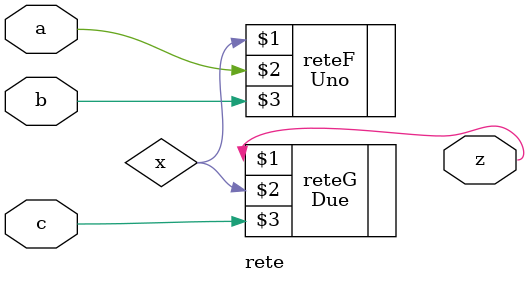
<source format=v>
module rete(output z, input a, input b, input c);
    wire x;

    Uno reteF(x, a, b);
    Due reteG(z, x, c);
endmodule
</source>
